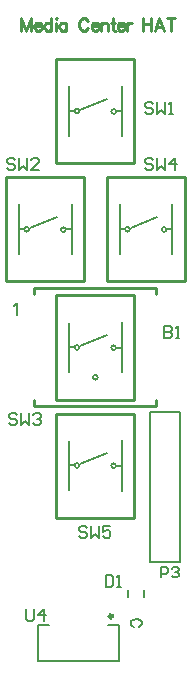
<source format=gto>
%FSLAX43Y43*%
%MOMM*%
G71*
G01*
G75*
G04 Layer_Color=65535*
%ADD10R,0.800X1.800*%
%ADD11R,1.100X1.250*%
%ADD12C,1.500*%
%ADD13C,0.250*%
%ADD14C,0.300*%
%ADD15C,0.400*%
%ADD16C,0.500*%
%ADD17C,0.350*%
%ADD18C,1.650*%
%ADD19O,1.600X1.650*%
%ADD20C,1.600*%
%ADD21C,1.800*%
%ADD22C,1.520*%
%ADD23R,1.520X1.520*%
%ADD24R,1.500X1.500*%
%ADD25C,0.800*%
%ADD26R,1.400X2.000*%
%ADD27R,0.787X0.711*%
%ADD28R,0.760X2.400*%
%ADD29R,1.800X2.000*%
%ADD30R,0.250X1.100*%
%ADD31C,1.016*%
%ADD32O,2.200X0.600*%
%ADD33O,1.600X0.385*%
%ADD34R,0.711X0.787*%
%ADD35R,0.724X0.559*%
%ADD36R,0.762X0.787*%
%ADD37R,0.787X0.762*%
%ADD38R,1.050X0.600*%
%ADD39R,1.194X0.787*%
%ADD40R,1.200X0.250*%
%ADD41R,1.600X2.400*%
%ADD42C,0.800*%
%ADD43C,0.600*%
%ADD44C,0.475*%
%ADD45R,0.825X1.600*%
%ADD46C,0.200*%
%ADD47C,0.150*%
%ADD48C,0.254*%
%ADD49C,0.180*%
%ADD50C,0.160*%
D13*
X67625Y51350D02*
Y50300D01*
Y51350D02*
X68025Y50300D01*
X68425Y51350D02*
X68025Y50300D01*
X68425Y51350D02*
Y50300D01*
X68725Y50700D02*
X69325D01*
Y50800D01*
X69275Y50900D01*
X69225Y50950D01*
X69125Y51000D01*
X68975D01*
X68875Y50950D01*
X68775Y50850D01*
X68725Y50700D01*
Y50600D01*
X68775Y50450D01*
X68875Y50350D01*
X68975Y50300D01*
X69125D01*
X69225Y50350D01*
X69325Y50450D01*
X70149Y51350D02*
Y50300D01*
Y50850D02*
X70049Y50950D01*
X69950Y51000D01*
X69800D01*
X69700Y50950D01*
X69600Y50850D01*
X69550Y50700D01*
Y50600D01*
X69600Y50450D01*
X69700Y50350D01*
X69800Y50300D01*
X69950D01*
X70049Y50350D01*
X70149Y50450D01*
X70529Y51350D02*
X70579Y51300D01*
X70629Y51350D01*
X70579Y51400D01*
X70529Y51350D01*
X70579Y51000D02*
Y50300D01*
X71414Y51000D02*
Y50300D01*
Y50850D02*
X71314Y50950D01*
X71214Y51000D01*
X71064D01*
X70964Y50950D01*
X70864Y50850D01*
X70814Y50700D01*
Y50600D01*
X70864Y50450D01*
X70964Y50350D01*
X71064Y50300D01*
X71214D01*
X71314Y50350D01*
X71414Y50450D01*
X73269Y51100D02*
X73219Y51200D01*
X73119Y51300D01*
X73019Y51350D01*
X72819D01*
X72719Y51300D01*
X72619Y51200D01*
X72569Y51100D01*
X72519Y50950D01*
Y50700D01*
X72569Y50550D01*
X72619Y50450D01*
X72719Y50350D01*
X72819Y50300D01*
X73019D01*
X73119Y50350D01*
X73219Y50450D01*
X73269Y50550D01*
X73564Y50700D02*
X74164D01*
Y50800D01*
X74114Y50900D01*
X74064Y50950D01*
X73964Y51000D01*
X73814D01*
X73714Y50950D01*
X73614Y50850D01*
X73564Y50700D01*
Y50600D01*
X73614Y50450D01*
X73714Y50350D01*
X73814Y50300D01*
X73964D01*
X74064Y50350D01*
X74164Y50450D01*
X74389Y51000D02*
Y50300D01*
Y50800D02*
X74539Y50950D01*
X74638Y51000D01*
X74788D01*
X74888Y50950D01*
X74938Y50800D01*
Y50300D01*
X75363Y51350D02*
Y50500D01*
X75413Y50350D01*
X75513Y50300D01*
X75613D01*
X75213Y51000D02*
X75563D01*
X75763Y50700D02*
X76363D01*
Y50800D01*
X76313Y50900D01*
X76263Y50950D01*
X76163Y51000D01*
X76013D01*
X75913Y50950D01*
X75813Y50850D01*
X75763Y50700D01*
Y50600D01*
X75813Y50450D01*
X75913Y50350D01*
X76013Y50300D01*
X76163D01*
X76263Y50350D01*
X76363Y50450D01*
X76588Y51000D02*
Y50300D01*
Y50700D02*
X76638Y50850D01*
X76738Y50950D01*
X76838Y51000D01*
X76988D01*
X77908Y51350D02*
Y50300D01*
X78608Y51350D02*
Y50300D01*
X77908Y50850D02*
X78608D01*
X79697Y50300D02*
X79298Y51350D01*
X78898Y50300D01*
X79048Y50650D02*
X79547D01*
X80292Y51350D02*
Y50300D01*
X79942Y51350D02*
X80642D01*
D17*
X75345Y750D02*
G03*
X75345Y750I-150J0D01*
G01*
D46*
X75630Y13475D02*
G03*
X75630Y13475I-200J0D01*
G01*
X72530Y13500D02*
G03*
X72530Y13500I-200J0D01*
G01*
X79900Y33475D02*
G03*
X79900Y33475I-200J0D01*
G01*
X76800Y33500D02*
G03*
X76800Y33500I-200J0D01*
G01*
X75630Y23475D02*
G03*
X75630Y23475I-200J0D01*
G01*
X72530Y23500D02*
G03*
X72530Y23500I-200J0D01*
G01*
X71375Y33475D02*
G03*
X71375Y33475I-200J0D01*
G01*
X68275Y33500D02*
G03*
X68275Y33500I-200J0D01*
G01*
X75630Y43475D02*
G03*
X75630Y43475I-200J0D01*
G01*
X72530Y43500D02*
G03*
X72530Y43500I-200J0D01*
G01*
X74080Y20975D02*
G03*
X74080Y20975I-200J0D01*
G01*
X71680Y11425D02*
Y15600D01*
X76130Y11375D02*
Y15625D01*
X71705Y13500D02*
X72133D01*
X75626Y13488D02*
X76130D01*
X72605Y13600D02*
X74855Y14525D01*
X75950Y31425D02*
Y35600D01*
X80400Y31375D02*
Y35625D01*
X75975Y33500D02*
X76403D01*
X79896Y33487D02*
X80400D01*
X76875Y33600D02*
X79125Y34525D01*
X71680Y21425D02*
Y25600D01*
X76130Y21375D02*
Y25625D01*
X71705Y23500D02*
X72133D01*
X75626Y23487D02*
X76130D01*
X72605Y23600D02*
X74855Y24525D01*
X67425Y31425D02*
Y35600D01*
X71875Y31375D02*
Y35625D01*
X67450Y33500D02*
X67878D01*
X71371Y33487D02*
X71875D01*
X68350Y33600D02*
X70600Y34525D01*
X71680Y41425D02*
Y45600D01*
X76130Y41375D02*
Y45625D01*
X71705Y43500D02*
X72133D01*
X75626Y43487D02*
X76130D01*
X72605Y43600D02*
X74855Y44525D01*
X76665Y2325D02*
Y2945D01*
X77975Y2325D02*
Y2945D01*
X78480Y18020D02*
X81020D01*
Y5320D02*
Y18020D01*
X78480Y5320D02*
Y18020D01*
Y5320D02*
X81020D01*
D47*
X69020Y-3050D02*
Y0D01*
Y-3050D02*
X75895D01*
Y0D01*
X74970D02*
X75895D01*
X69020D02*
X69970D01*
D48*
X70578Y9080D02*
X77182D01*
Y17894D01*
X70578D02*
X77182D01*
X70578Y9080D02*
Y17894D01*
X74848Y29080D02*
X81452D01*
Y37894D01*
X74848D02*
X81452D01*
X74848Y29080D02*
Y37894D01*
X70578Y19080D02*
X77182D01*
Y27894D01*
X70578D02*
X77182D01*
X70578Y19080D02*
Y27894D01*
X66323Y29080D02*
X72927D01*
Y37894D01*
X66323D02*
X72927D01*
X66323Y29080D02*
Y37894D01*
X70578Y39080D02*
X77182D01*
Y47894D01*
X70578D02*
X77182D01*
X70578Y39080D02*
Y47894D01*
X79030Y18525D02*
Y19050D01*
Y28000D02*
Y28525D01*
X68730Y18525D02*
Y19050D01*
Y28525D02*
X79030D01*
X68730Y18525D02*
X79030D01*
X68730Y28000D02*
Y28525D01*
D49*
X74750Y4250D02*
Y3250D01*
X75250D01*
X75416Y3417D01*
Y4083D01*
X75250Y4250D01*
X74750D01*
X75750Y3250D02*
X76083D01*
X75916D01*
Y4250D01*
X75750Y4083D01*
X78791Y44083D02*
X78625Y44250D01*
X78292D01*
X78125Y44083D01*
Y43916D01*
X78292Y43750D01*
X78625D01*
X78791Y43583D01*
Y43417D01*
X78625Y43250D01*
X78292D01*
X78125Y43417D01*
X79125Y44250D02*
Y43250D01*
X79458Y43583D01*
X79791Y43250D01*
Y44250D01*
X80124Y43250D02*
X80458D01*
X80291D01*
Y44250D01*
X80124Y44083D01*
X67091Y39358D02*
X66925Y39525D01*
X66592D01*
X66425Y39358D01*
Y39191D01*
X66592Y39025D01*
X66925D01*
X67091Y38858D01*
Y38692D01*
X66925Y38525D01*
X66592D01*
X66425Y38692D01*
X67425Y39525D02*
Y38525D01*
X67758Y38858D01*
X68091Y38525D01*
Y39525D01*
X69091Y38525D02*
X68424D01*
X69091Y39191D01*
Y39358D01*
X68924Y39525D01*
X68591D01*
X68424Y39358D01*
X67266Y17783D02*
X67100Y17950D01*
X66767D01*
X66600Y17783D01*
Y17616D01*
X66767Y17450D01*
X67100D01*
X67266Y17283D01*
Y17117D01*
X67100Y16950D01*
X66767D01*
X66600Y17117D01*
X67600Y17950D02*
Y16950D01*
X67933Y17283D01*
X68266Y16950D01*
Y17950D01*
X68599Y17783D02*
X68766Y17950D01*
X69099D01*
X69266Y17783D01*
Y17616D01*
X69099Y17450D01*
X68933D01*
X69099D01*
X69266Y17283D01*
Y17117D01*
X69099Y16950D01*
X68766D01*
X68599Y17117D01*
X78766Y39333D02*
X78600Y39500D01*
X78267D01*
X78100Y39333D01*
Y39166D01*
X78267Y39000D01*
X78600D01*
X78766Y38833D01*
Y38667D01*
X78600Y38500D01*
X78267D01*
X78100Y38667D01*
X79100Y39500D02*
Y38500D01*
X79433Y38833D01*
X79766Y38500D01*
Y39500D01*
X80599Y38500D02*
Y39500D01*
X80099Y39000D01*
X80766D01*
X73166Y8233D02*
X73000Y8400D01*
X72667D01*
X72500Y8233D01*
Y8066D01*
X72667Y7900D01*
X73000D01*
X73166Y7733D01*
Y7567D01*
X73000Y7400D01*
X72667D01*
X72500Y7567D01*
X73500Y8400D02*
Y7400D01*
X73833Y7733D01*
X74166Y7400D01*
Y8400D01*
X75166D02*
X74499D01*
Y7900D01*
X74833Y8066D01*
X74999D01*
X75166Y7900D01*
Y7567D01*
X74999Y7400D01*
X74666D01*
X74499Y7567D01*
X68010Y1325D02*
Y492D01*
X68177Y325D01*
X68510D01*
X68676Y492D01*
Y1325D01*
X69510Y325D02*
Y1325D01*
X69010Y825D01*
X69676D01*
X79675Y25325D02*
Y24325D01*
X80175D01*
X80341Y24492D01*
Y24658D01*
X80175Y24825D01*
X79675D01*
X80175D01*
X80341Y24991D01*
Y25158D01*
X80175Y25325D01*
X79675D01*
X80675Y24325D02*
X81008D01*
X80841D01*
Y25325D01*
X80675Y25158D01*
X77586Y-143D02*
X77671Y-100D01*
X77757Y-14D01*
X77800Y72D01*
Y243D01*
X77757Y329D01*
X77671Y414D01*
X77586Y457D01*
X77457Y500D01*
X77243D01*
X77114Y457D01*
X77029Y414D01*
X76943Y329D01*
X76900Y243D01*
Y72D01*
X76943Y-14D01*
X77029Y-100D01*
X77114Y-143D01*
X67000Y27034D02*
X67095Y27082D01*
X67238Y27225D01*
Y26225D01*
D50*
X79450Y4020D02*
Y4920D01*
X79900D01*
X80050Y4770D01*
Y4470D01*
X79900Y4320D01*
X79450D01*
X80350Y4770D02*
X80500Y4920D01*
X80800D01*
X80950Y4770D01*
Y4620D01*
X80800Y4470D01*
X80650D01*
X80800D01*
X80950Y4320D01*
Y4170D01*
X80800Y4020D01*
X80500D01*
X80350Y4170D01*
M02*

</source>
